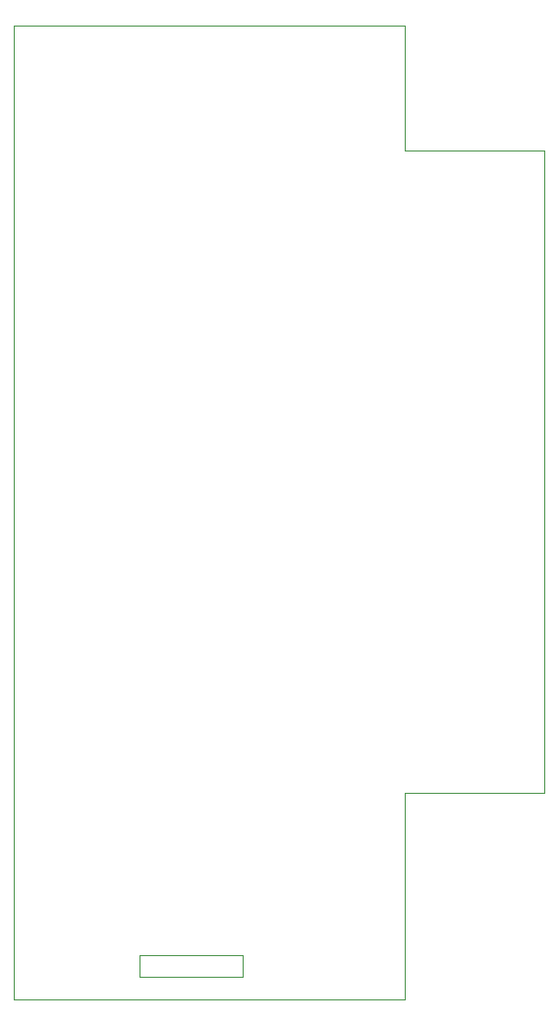
<source format=gbr>
%TF.GenerationSoftware,KiCad,Pcbnew,(6.0.4)*%
%TF.CreationDate,2022-04-07T10:44:55+02:00*%
%TF.ProjectId,srambrd,7372616d-6272-4642-9e6b-696361645f70,rev?*%
%TF.SameCoordinates,Original*%
%TF.FileFunction,Profile,NP*%
%FSLAX46Y46*%
G04 Gerber Fmt 4.6, Leading zero omitted, Abs format (unit mm)*
G04 Created by KiCad (PCBNEW (6.0.4)) date 2022-04-07 10:44:55*
%MOMM*%
%LPD*%
G01*
G04 APERTURE LIST*
%TA.AperFunction,Profile*%
%ADD10C,0.100000*%
%TD*%
G04 APERTURE END LIST*
D10*
X113665000Y-139700000D02*
X122555000Y-139700000D01*
X122555000Y-139700000D02*
X122555000Y-141605000D01*
X122555000Y-141605000D02*
X113665000Y-141605000D01*
X113665000Y-141605000D02*
X113665000Y-139700000D01*
X136525000Y-69850000D02*
X136525000Y-70485000D01*
X148590000Y-125730000D02*
X136525000Y-125730000D01*
X102870000Y-59690000D02*
X136525000Y-59690000D01*
X136525000Y-70485000D02*
X148590000Y-70485000D01*
X102870000Y-143510000D02*
X102870000Y-59690000D01*
X136525000Y-143510000D02*
X102870000Y-143510000D01*
X136525000Y-143510000D02*
X136525000Y-125730000D01*
X136525000Y-59690000D02*
X136525000Y-69850000D01*
X148590000Y-125730000D02*
X148590000Y-70485000D01*
M02*

</source>
